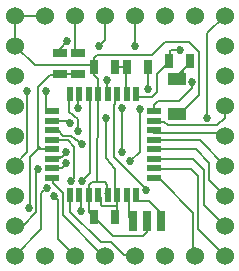
<source format=gtl>
G75*
G70*
%OFA0B0*%
%FSLAX24Y24*%
%IPPOS*%
%LPD*%
%AMOC8*
5,1,8,0,0,1.08239X$1,22.5*
%
%ADD10R,0.0220X0.0500*%
%ADD11R,0.0500X0.0220*%
%ADD12R,0.0472X0.0315*%
%ADD13R,0.0315X0.0472*%
%ADD14R,0.0276X0.0669*%
%ADD15C,0.0600*%
%ADD16R,0.0591X0.0394*%
%ADD17C,0.0080*%
%ADD18C,0.0270*%
%ADD19C,0.0100*%
D10*
X002469Y003236D03*
X002784Y003236D03*
X003099Y003236D03*
X003414Y003236D03*
X003729Y003236D03*
X004044Y003236D03*
X004359Y003236D03*
X004674Y003236D03*
X004674Y006616D03*
X004359Y006616D03*
X004044Y006616D03*
X003729Y006616D03*
X003414Y006616D03*
X003099Y006616D03*
X002784Y006616D03*
X002469Y006616D03*
D11*
X001882Y006029D03*
X001882Y005714D03*
X001882Y005399D03*
X001882Y005084D03*
X001882Y004769D03*
X001882Y004454D03*
X001882Y004139D03*
X001882Y003824D03*
X005262Y003824D03*
X005262Y004139D03*
X005262Y004454D03*
X005262Y004769D03*
X005262Y005084D03*
X005262Y005399D03*
X005262Y005714D03*
X005262Y006029D03*
D12*
X002732Y007272D03*
X002732Y007981D03*
X002132Y007981D03*
X002132Y007272D03*
D13*
X003277Y007526D03*
X003986Y007526D03*
X004377Y007526D03*
X005086Y007526D03*
X005777Y007726D03*
X006486Y007726D03*
X003986Y002526D03*
X003277Y002526D03*
D14*
X004559Y002386D03*
X005032Y002386D03*
X005504Y002386D03*
D15*
X000632Y001226D03*
X000632Y002226D03*
X000632Y003226D03*
X000632Y004226D03*
X000632Y005226D03*
X000632Y006226D03*
X000632Y007226D03*
X000632Y008226D03*
X000632Y009226D03*
X001632Y009226D03*
X002632Y009226D03*
X003632Y009226D03*
X004632Y009226D03*
X005632Y009226D03*
X006632Y009226D03*
X007632Y009226D03*
X007632Y008226D03*
X007632Y007226D03*
X007632Y006226D03*
X007632Y005226D03*
X007632Y004226D03*
X007632Y003226D03*
X007632Y002226D03*
X007632Y001226D03*
X006632Y001226D03*
X005632Y001226D03*
X004632Y001226D03*
X003632Y001226D03*
X002632Y001226D03*
X001632Y001226D03*
D16*
X006032Y005936D03*
X006032Y007117D03*
D17*
X006032Y007127D01*
X006042Y007206D01*
X006242Y007406D01*
X006242Y007286D01*
X006242Y007406D02*
X006486Y007651D01*
X006486Y007726D01*
X006772Y008006D02*
X006432Y008346D01*
X005652Y008346D01*
X005212Y007906D01*
X003372Y007906D01*
X003282Y007816D01*
X003282Y007531D01*
X003277Y007526D01*
X003282Y007522D01*
X003282Y007236D01*
X003412Y007106D01*
X003412Y006626D01*
X003414Y006616D01*
X003392Y006586D01*
X003382Y003666D01*
X003632Y003666D01*
X003722Y003576D01*
X003722Y003244D01*
X003729Y003236D01*
X003712Y003246D01*
X003652Y003306D01*
X003492Y003166D02*
X003492Y002926D01*
X003552Y002866D01*
X004032Y002866D01*
X004032Y002566D01*
X003992Y002526D01*
X003986Y002526D01*
X004032Y002866D02*
X004032Y003226D01*
X004044Y003236D01*
X004032Y003266D01*
X003972Y003326D01*
X003972Y004096D01*
X003682Y004466D01*
X003682Y005806D01*
X003952Y006266D02*
X003952Y004506D01*
X005012Y003446D01*
X005012Y003406D01*
X005102Y003046D02*
X005492Y002656D01*
X005492Y002386D01*
X005504Y002386D01*
X005032Y002386D02*
X005032Y001996D01*
X004922Y001886D01*
X003917Y001886D01*
X003277Y002526D01*
X003272Y002526D01*
X003112Y002686D01*
X003112Y003226D01*
X003099Y003236D01*
X003122Y003259D01*
X003122Y003586D01*
X003202Y003666D01*
X003382Y003666D01*
X003132Y003976D02*
X003132Y006586D01*
X003112Y006606D01*
X003099Y006616D01*
X002784Y006616D02*
X002772Y006606D01*
X002732Y006566D01*
X002732Y006146D01*
X002452Y006016D02*
X002452Y006606D01*
X002469Y006616D01*
X002452Y006606D02*
X002452Y006626D01*
X002452Y006016D02*
X002752Y005766D01*
X002752Y005386D01*
X002502Y005226D02*
X002252Y005226D01*
X002082Y005396D01*
X001884Y005396D01*
X001882Y005399D01*
X001892Y005386D01*
X002042Y005386D01*
X001882Y005084D02*
X001892Y005066D01*
X002402Y005066D01*
X002622Y004856D01*
X002622Y003816D01*
X002522Y003716D01*
X002872Y003716D02*
X003132Y003976D01*
X003112Y003266D02*
X003099Y003236D01*
X002852Y003166D02*
X002852Y002706D01*
X002472Y002686D02*
X002472Y003234D01*
X002232Y003296D02*
X002232Y002566D01*
X003572Y001226D01*
X003632Y001226D01*
X003512Y001666D02*
X002472Y002686D01*
X002852Y003166D02*
X002792Y003226D01*
X002784Y003236D01*
X002232Y003296D02*
X001892Y003636D01*
X001892Y003806D01*
X001882Y003824D01*
X001882Y004139D02*
X001889Y004146D01*
X002222Y004146D01*
X002352Y004276D01*
X002352Y004306D01*
X002132Y004466D02*
X002192Y004526D01*
X002052Y004526D01*
X002132Y004466D02*
X001892Y004466D01*
X001882Y004454D01*
X001882Y004769D02*
X001872Y004786D01*
X001512Y004786D01*
X001412Y004886D01*
X001412Y006846D01*
X001812Y007246D01*
X002112Y007246D01*
X002132Y007272D01*
X002132Y007266D01*
X002732Y007266D01*
X002732Y007272D01*
X003277Y007526D02*
X003272Y007566D01*
X001292Y007566D01*
X000632Y008226D01*
X000632Y009226D01*
X001632Y009226D01*
X002372Y008366D02*
X002132Y008126D01*
X002132Y007981D01*
X002632Y008086D02*
X002632Y009226D01*
X003632Y008396D02*
X003452Y008216D01*
X003632Y008396D02*
X003632Y009226D01*
X002632Y008086D02*
X002732Y007986D01*
X002732Y007981D01*
X003277Y007526D02*
X003312Y007546D01*
X003292Y007526D02*
X003277Y007526D01*
X003712Y007086D02*
X003712Y006626D01*
X003729Y006616D01*
X003972Y006546D02*
X003972Y006286D01*
X003952Y006266D01*
X003972Y006546D02*
X004032Y006606D01*
X004044Y006616D01*
X004352Y006626D02*
X004359Y006616D01*
X004352Y006626D02*
X004352Y007506D01*
X004377Y007526D01*
X003986Y007526D01*
X004642Y008206D02*
X004632Y008216D01*
X004632Y009226D01*
X005812Y008046D02*
X005812Y007746D01*
X005777Y007726D01*
X005777Y007682D01*
X005372Y007276D01*
X005372Y006686D01*
X005192Y006506D01*
X004692Y006506D01*
X004692Y006606D01*
X004674Y006616D01*
X005072Y006766D02*
X005072Y007526D01*
X005086Y007526D01*
X005812Y008046D02*
X005852Y008086D01*
X006132Y008086D01*
X006772Y008006D02*
X006772Y006586D01*
X006132Y005946D01*
X006032Y005946D01*
X006032Y005936D01*
X006112Y006376D02*
X005392Y006376D01*
X005262Y006246D01*
X005262Y006029D01*
X005272Y006046D01*
X005262Y005714D02*
X005272Y005706D01*
X005382Y005686D01*
X005612Y005686D01*
X005732Y005566D01*
X007372Y005566D01*
X007632Y005826D01*
X007632Y006226D01*
X007052Y005826D02*
X007052Y008646D01*
X007632Y009226D01*
X006542Y006996D02*
X006542Y006806D01*
X006112Y006376D01*
X005262Y005399D02*
X005272Y005326D01*
X007632Y005326D01*
X007632Y005226D01*
X007102Y004326D02*
X007102Y003756D01*
X007632Y003226D01*
X006932Y002926D02*
X006932Y004076D01*
X006562Y004446D01*
X005272Y004446D01*
X005262Y004454D01*
X005272Y004766D02*
X005262Y004769D01*
X005272Y004766D02*
X006662Y004766D01*
X007102Y004326D01*
X006752Y003886D02*
X006512Y004126D01*
X005272Y004126D01*
X005262Y004139D01*
X005262Y003824D02*
X005492Y003736D01*
X006572Y002656D01*
X006572Y001286D01*
X006632Y001226D01*
X006752Y002106D02*
X007632Y001226D01*
X007632Y002226D02*
X006932Y002926D01*
X006752Y002106D02*
X006752Y003886D01*
X007632Y004226D02*
X006792Y005066D01*
X005272Y005066D01*
X005262Y005084D01*
X004792Y004686D02*
X004472Y004366D01*
X004212Y004686D02*
X004212Y006146D01*
X004792Y006106D02*
X004792Y004686D01*
X004674Y003236D02*
X004692Y003226D01*
X004692Y003046D01*
X005102Y003046D01*
X004559Y002386D02*
X004552Y002386D01*
X004432Y002506D01*
X004432Y003166D01*
X004372Y003226D01*
X004359Y003236D01*
X003492Y003166D02*
X003432Y003226D01*
X003414Y003236D01*
X002192Y004526D02*
X002352Y004686D01*
X002502Y005226D02*
X002872Y004956D01*
X002462Y005656D02*
X002392Y005726D01*
X001892Y005726D01*
X001882Y005714D01*
X001882Y006029D02*
X001872Y006046D01*
X001672Y006096D01*
X001672Y006726D01*
X001052Y006726D02*
X001052Y004666D01*
X000632Y004246D01*
X000632Y004226D01*
X001152Y004526D02*
X001412Y004786D01*
X001412Y004886D01*
X001412Y004786D02*
X001512Y004786D01*
X001152Y004526D02*
X001152Y002866D01*
X001092Y002806D01*
X001352Y002686D02*
X000892Y002226D01*
X000632Y002226D01*
X001352Y002686D02*
X001352Y004066D01*
X001412Y004126D01*
X001882Y004139D02*
X001892Y004146D01*
X001692Y003486D02*
X001512Y003306D01*
X001512Y002106D01*
X000632Y001226D01*
X002072Y001786D02*
X002632Y001226D01*
X002072Y001786D02*
X002072Y003086D01*
X001932Y003226D01*
X003512Y001666D02*
X003852Y001666D01*
X004282Y001236D01*
X004632Y001226D01*
D18*
X005012Y003406D03*
X004472Y004366D03*
X004212Y004686D03*
X003682Y005806D03*
X004212Y006146D03*
X004792Y006106D03*
X005072Y006766D03*
X006132Y008086D03*
X006542Y006996D03*
X007052Y005826D03*
X004642Y008206D03*
X003712Y007086D03*
X003452Y008216D03*
X002372Y008366D03*
X001672Y006726D03*
X001052Y006726D03*
X002462Y005656D03*
X002752Y005386D03*
X002872Y004956D03*
X002352Y004686D03*
X002352Y004306D03*
X002522Y003716D03*
X002872Y003716D03*
X002852Y002706D03*
X001932Y003226D03*
X001692Y003486D03*
X001412Y004126D03*
X001092Y002806D03*
X002732Y006146D03*
D19*
X002469Y003236D02*
X002472Y003234D01*
M02*

</source>
